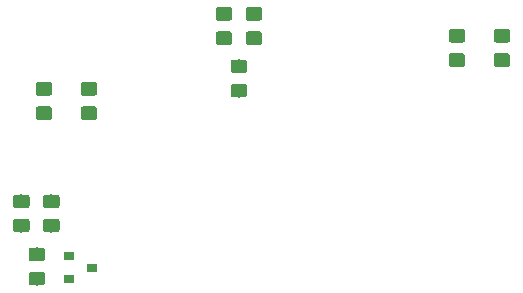
<source format=gbr>
G04 #@! TF.GenerationSoftware,KiCad,Pcbnew,5.1.4-e60b266~84~ubuntu18.04.1*
G04 #@! TF.CreationDate,2019-10-29T18:19:43-03:00*
G04 #@! TF.ProjectId,fonte_18V,666f6e74-655f-4313-9856-2e6b69636164,rev?*
G04 #@! TF.SameCoordinates,Original*
G04 #@! TF.FileFunction,Paste,Bot*
G04 #@! TF.FilePolarity,Positive*
%FSLAX46Y46*%
G04 Gerber Fmt 4.6, Leading zero omitted, Abs format (unit mm)*
G04 Created by KiCad (PCBNEW 5.1.4-e60b266~84~ubuntu18.04.1) date 2019-10-29 18:19:43*
%MOMM*%
%LPD*%
G04 APERTURE LIST*
%ADD10C,0.100000*%
%ADD11C,1.150000*%
%ADD12R,0.900000X0.800000*%
G04 APERTURE END LIST*
D10*
G36*
X112274505Y-178151204D02*
G01*
X112298773Y-178154804D01*
X112322572Y-178160765D01*
X112345671Y-178169030D01*
X112367850Y-178179520D01*
X112388893Y-178192132D01*
X112408599Y-178206747D01*
X112426777Y-178223223D01*
X112443253Y-178241401D01*
X112457868Y-178261107D01*
X112470480Y-178282150D01*
X112480970Y-178304329D01*
X112489235Y-178327428D01*
X112495196Y-178351227D01*
X112498796Y-178375495D01*
X112500000Y-178399999D01*
X112500000Y-179050001D01*
X112498796Y-179074505D01*
X112495196Y-179098773D01*
X112489235Y-179122572D01*
X112480970Y-179145671D01*
X112470480Y-179167850D01*
X112457868Y-179188893D01*
X112443253Y-179208599D01*
X112426777Y-179226777D01*
X112408599Y-179243253D01*
X112388893Y-179257868D01*
X112367850Y-179270480D01*
X112345671Y-179280970D01*
X112322572Y-179289235D01*
X112298773Y-179295196D01*
X112274505Y-179298796D01*
X112250001Y-179300000D01*
X111349999Y-179300000D01*
X111325495Y-179298796D01*
X111301227Y-179295196D01*
X111277428Y-179289235D01*
X111254329Y-179280970D01*
X111232150Y-179270480D01*
X111211107Y-179257868D01*
X111191401Y-179243253D01*
X111173223Y-179226777D01*
X111156747Y-179208599D01*
X111142132Y-179188893D01*
X111129520Y-179167850D01*
X111119030Y-179145671D01*
X111110765Y-179122572D01*
X111104804Y-179098773D01*
X111101204Y-179074505D01*
X111100000Y-179050001D01*
X111100000Y-178399999D01*
X111101204Y-178375495D01*
X111104804Y-178351227D01*
X111110765Y-178327428D01*
X111119030Y-178304329D01*
X111129520Y-178282150D01*
X111142132Y-178261107D01*
X111156747Y-178241401D01*
X111173223Y-178223223D01*
X111191401Y-178206747D01*
X111211107Y-178192132D01*
X111232150Y-178179520D01*
X111254329Y-178169030D01*
X111277428Y-178160765D01*
X111301227Y-178154804D01*
X111325495Y-178151204D01*
X111349999Y-178150000D01*
X112250001Y-178150000D01*
X112274505Y-178151204D01*
X112274505Y-178151204D01*
G37*
D11*
X111800000Y-178725000D03*
D10*
G36*
X112274505Y-180201204D02*
G01*
X112298773Y-180204804D01*
X112322572Y-180210765D01*
X112345671Y-180219030D01*
X112367850Y-180229520D01*
X112388893Y-180242132D01*
X112408599Y-180256747D01*
X112426777Y-180273223D01*
X112443253Y-180291401D01*
X112457868Y-180311107D01*
X112470480Y-180332150D01*
X112480970Y-180354329D01*
X112489235Y-180377428D01*
X112495196Y-180401227D01*
X112498796Y-180425495D01*
X112500000Y-180449999D01*
X112500000Y-181100001D01*
X112498796Y-181124505D01*
X112495196Y-181148773D01*
X112489235Y-181172572D01*
X112480970Y-181195671D01*
X112470480Y-181217850D01*
X112457868Y-181238893D01*
X112443253Y-181258599D01*
X112426777Y-181276777D01*
X112408599Y-181293253D01*
X112388893Y-181307868D01*
X112367850Y-181320480D01*
X112345671Y-181330970D01*
X112322572Y-181339235D01*
X112298773Y-181345196D01*
X112274505Y-181348796D01*
X112250001Y-181350000D01*
X111349999Y-181350000D01*
X111325495Y-181348796D01*
X111301227Y-181345196D01*
X111277428Y-181339235D01*
X111254329Y-181330970D01*
X111232150Y-181320480D01*
X111211107Y-181307868D01*
X111191401Y-181293253D01*
X111173223Y-181276777D01*
X111156747Y-181258599D01*
X111142132Y-181238893D01*
X111129520Y-181217850D01*
X111119030Y-181195671D01*
X111110765Y-181172572D01*
X111104804Y-181148773D01*
X111101204Y-181124505D01*
X111100000Y-181100001D01*
X111100000Y-180449999D01*
X111101204Y-180425495D01*
X111104804Y-180401227D01*
X111110765Y-180377428D01*
X111119030Y-180354329D01*
X111129520Y-180332150D01*
X111142132Y-180311107D01*
X111156747Y-180291401D01*
X111173223Y-180273223D01*
X111191401Y-180256747D01*
X111211107Y-180242132D01*
X111232150Y-180229520D01*
X111254329Y-180219030D01*
X111277428Y-180210765D01*
X111301227Y-180204804D01*
X111325495Y-180201204D01*
X111349999Y-180200000D01*
X112250001Y-180200000D01*
X112274505Y-180201204D01*
X112274505Y-180201204D01*
G37*
D11*
X111800000Y-180775000D03*
D10*
G36*
X128109505Y-159836204D02*
G01*
X128133773Y-159839804D01*
X128157572Y-159845765D01*
X128180671Y-159854030D01*
X128202850Y-159864520D01*
X128223893Y-159877132D01*
X128243599Y-159891747D01*
X128261777Y-159908223D01*
X128278253Y-159926401D01*
X128292868Y-159946107D01*
X128305480Y-159967150D01*
X128315970Y-159989329D01*
X128324235Y-160012428D01*
X128330196Y-160036227D01*
X128333796Y-160060495D01*
X128335000Y-160084999D01*
X128335000Y-160735001D01*
X128333796Y-160759505D01*
X128330196Y-160783773D01*
X128324235Y-160807572D01*
X128315970Y-160830671D01*
X128305480Y-160852850D01*
X128292868Y-160873893D01*
X128278253Y-160893599D01*
X128261777Y-160911777D01*
X128243599Y-160928253D01*
X128223893Y-160942868D01*
X128202850Y-160955480D01*
X128180671Y-160965970D01*
X128157572Y-160974235D01*
X128133773Y-160980196D01*
X128109505Y-160983796D01*
X128085001Y-160985000D01*
X127184999Y-160985000D01*
X127160495Y-160983796D01*
X127136227Y-160980196D01*
X127112428Y-160974235D01*
X127089329Y-160965970D01*
X127067150Y-160955480D01*
X127046107Y-160942868D01*
X127026401Y-160928253D01*
X127008223Y-160911777D01*
X126991747Y-160893599D01*
X126977132Y-160873893D01*
X126964520Y-160852850D01*
X126954030Y-160830671D01*
X126945765Y-160807572D01*
X126939804Y-160783773D01*
X126936204Y-160759505D01*
X126935000Y-160735001D01*
X126935000Y-160084999D01*
X126936204Y-160060495D01*
X126939804Y-160036227D01*
X126945765Y-160012428D01*
X126954030Y-159989329D01*
X126964520Y-159967150D01*
X126977132Y-159946107D01*
X126991747Y-159926401D01*
X127008223Y-159908223D01*
X127026401Y-159891747D01*
X127046107Y-159877132D01*
X127067150Y-159864520D01*
X127089329Y-159854030D01*
X127112428Y-159845765D01*
X127136227Y-159839804D01*
X127160495Y-159836204D01*
X127184999Y-159835000D01*
X128085001Y-159835000D01*
X128109505Y-159836204D01*
X128109505Y-159836204D01*
G37*
D11*
X127635000Y-160410000D03*
D10*
G36*
X128109505Y-157786204D02*
G01*
X128133773Y-157789804D01*
X128157572Y-157795765D01*
X128180671Y-157804030D01*
X128202850Y-157814520D01*
X128223893Y-157827132D01*
X128243599Y-157841747D01*
X128261777Y-157858223D01*
X128278253Y-157876401D01*
X128292868Y-157896107D01*
X128305480Y-157917150D01*
X128315970Y-157939329D01*
X128324235Y-157962428D01*
X128330196Y-157986227D01*
X128333796Y-158010495D01*
X128335000Y-158034999D01*
X128335000Y-158685001D01*
X128333796Y-158709505D01*
X128330196Y-158733773D01*
X128324235Y-158757572D01*
X128315970Y-158780671D01*
X128305480Y-158802850D01*
X128292868Y-158823893D01*
X128278253Y-158843599D01*
X128261777Y-158861777D01*
X128243599Y-158878253D01*
X128223893Y-158892868D01*
X128202850Y-158905480D01*
X128180671Y-158915970D01*
X128157572Y-158924235D01*
X128133773Y-158930196D01*
X128109505Y-158933796D01*
X128085001Y-158935000D01*
X127184999Y-158935000D01*
X127160495Y-158933796D01*
X127136227Y-158930196D01*
X127112428Y-158924235D01*
X127089329Y-158915970D01*
X127067150Y-158905480D01*
X127046107Y-158892868D01*
X127026401Y-158878253D01*
X127008223Y-158861777D01*
X126991747Y-158843599D01*
X126977132Y-158823893D01*
X126964520Y-158802850D01*
X126954030Y-158780671D01*
X126945765Y-158757572D01*
X126939804Y-158733773D01*
X126936204Y-158709505D01*
X126935000Y-158685001D01*
X126935000Y-158034999D01*
X126936204Y-158010495D01*
X126939804Y-157986227D01*
X126945765Y-157962428D01*
X126954030Y-157939329D01*
X126964520Y-157917150D01*
X126977132Y-157896107D01*
X126991747Y-157876401D01*
X127008223Y-157858223D01*
X127026401Y-157841747D01*
X127046107Y-157827132D01*
X127067150Y-157814520D01*
X127089329Y-157804030D01*
X127112428Y-157795765D01*
X127136227Y-157789804D01*
X127160495Y-157786204D01*
X127184999Y-157785000D01*
X128085001Y-157785000D01*
X128109505Y-157786204D01*
X128109505Y-157786204D01*
G37*
D11*
X127635000Y-158360000D03*
D10*
G36*
X129379505Y-162231204D02*
G01*
X129403773Y-162234804D01*
X129427572Y-162240765D01*
X129450671Y-162249030D01*
X129472850Y-162259520D01*
X129493893Y-162272132D01*
X129513599Y-162286747D01*
X129531777Y-162303223D01*
X129548253Y-162321401D01*
X129562868Y-162341107D01*
X129575480Y-162362150D01*
X129585970Y-162384329D01*
X129594235Y-162407428D01*
X129600196Y-162431227D01*
X129603796Y-162455495D01*
X129605000Y-162479999D01*
X129605000Y-163130001D01*
X129603796Y-163154505D01*
X129600196Y-163178773D01*
X129594235Y-163202572D01*
X129585970Y-163225671D01*
X129575480Y-163247850D01*
X129562868Y-163268893D01*
X129548253Y-163288599D01*
X129531777Y-163306777D01*
X129513599Y-163323253D01*
X129493893Y-163337868D01*
X129472850Y-163350480D01*
X129450671Y-163360970D01*
X129427572Y-163369235D01*
X129403773Y-163375196D01*
X129379505Y-163378796D01*
X129355001Y-163380000D01*
X128454999Y-163380000D01*
X128430495Y-163378796D01*
X128406227Y-163375196D01*
X128382428Y-163369235D01*
X128359329Y-163360970D01*
X128337150Y-163350480D01*
X128316107Y-163337868D01*
X128296401Y-163323253D01*
X128278223Y-163306777D01*
X128261747Y-163288599D01*
X128247132Y-163268893D01*
X128234520Y-163247850D01*
X128224030Y-163225671D01*
X128215765Y-163202572D01*
X128209804Y-163178773D01*
X128206204Y-163154505D01*
X128205000Y-163130001D01*
X128205000Y-162479999D01*
X128206204Y-162455495D01*
X128209804Y-162431227D01*
X128215765Y-162407428D01*
X128224030Y-162384329D01*
X128234520Y-162362150D01*
X128247132Y-162341107D01*
X128261747Y-162321401D01*
X128278223Y-162303223D01*
X128296401Y-162286747D01*
X128316107Y-162272132D01*
X128337150Y-162259520D01*
X128359329Y-162249030D01*
X128382428Y-162240765D01*
X128406227Y-162234804D01*
X128430495Y-162231204D01*
X128454999Y-162230000D01*
X129355001Y-162230000D01*
X129379505Y-162231204D01*
X129379505Y-162231204D01*
G37*
D11*
X128905000Y-162805000D03*
D10*
G36*
X129379505Y-164281204D02*
G01*
X129403773Y-164284804D01*
X129427572Y-164290765D01*
X129450671Y-164299030D01*
X129472850Y-164309520D01*
X129493893Y-164322132D01*
X129513599Y-164336747D01*
X129531777Y-164353223D01*
X129548253Y-164371401D01*
X129562868Y-164391107D01*
X129575480Y-164412150D01*
X129585970Y-164434329D01*
X129594235Y-164457428D01*
X129600196Y-164481227D01*
X129603796Y-164505495D01*
X129605000Y-164529999D01*
X129605000Y-165180001D01*
X129603796Y-165204505D01*
X129600196Y-165228773D01*
X129594235Y-165252572D01*
X129585970Y-165275671D01*
X129575480Y-165297850D01*
X129562868Y-165318893D01*
X129548253Y-165338599D01*
X129531777Y-165356777D01*
X129513599Y-165373253D01*
X129493893Y-165387868D01*
X129472850Y-165400480D01*
X129450671Y-165410970D01*
X129427572Y-165419235D01*
X129403773Y-165425196D01*
X129379505Y-165428796D01*
X129355001Y-165430000D01*
X128454999Y-165430000D01*
X128430495Y-165428796D01*
X128406227Y-165425196D01*
X128382428Y-165419235D01*
X128359329Y-165410970D01*
X128337150Y-165400480D01*
X128316107Y-165387868D01*
X128296401Y-165373253D01*
X128278223Y-165356777D01*
X128261747Y-165338599D01*
X128247132Y-165318893D01*
X128234520Y-165297850D01*
X128224030Y-165275671D01*
X128215765Y-165252572D01*
X128209804Y-165228773D01*
X128206204Y-165204505D01*
X128205000Y-165180001D01*
X128205000Y-164529999D01*
X128206204Y-164505495D01*
X128209804Y-164481227D01*
X128215765Y-164457428D01*
X128224030Y-164434329D01*
X128234520Y-164412150D01*
X128247132Y-164391107D01*
X128261747Y-164371401D01*
X128278223Y-164353223D01*
X128296401Y-164336747D01*
X128316107Y-164322132D01*
X128337150Y-164309520D01*
X128359329Y-164299030D01*
X128382428Y-164290765D01*
X128406227Y-164284804D01*
X128430495Y-164281204D01*
X128454999Y-164280000D01*
X129355001Y-164280000D01*
X129379505Y-164281204D01*
X129379505Y-164281204D01*
G37*
D11*
X128905000Y-164855000D03*
D10*
G36*
X116679505Y-164136204D02*
G01*
X116703773Y-164139804D01*
X116727572Y-164145765D01*
X116750671Y-164154030D01*
X116772850Y-164164520D01*
X116793893Y-164177132D01*
X116813599Y-164191747D01*
X116831777Y-164208223D01*
X116848253Y-164226401D01*
X116862868Y-164246107D01*
X116875480Y-164267150D01*
X116885970Y-164289329D01*
X116894235Y-164312428D01*
X116900196Y-164336227D01*
X116903796Y-164360495D01*
X116905000Y-164384999D01*
X116905000Y-165035001D01*
X116903796Y-165059505D01*
X116900196Y-165083773D01*
X116894235Y-165107572D01*
X116885970Y-165130671D01*
X116875480Y-165152850D01*
X116862868Y-165173893D01*
X116848253Y-165193599D01*
X116831777Y-165211777D01*
X116813599Y-165228253D01*
X116793893Y-165242868D01*
X116772850Y-165255480D01*
X116750671Y-165265970D01*
X116727572Y-165274235D01*
X116703773Y-165280196D01*
X116679505Y-165283796D01*
X116655001Y-165285000D01*
X115754999Y-165285000D01*
X115730495Y-165283796D01*
X115706227Y-165280196D01*
X115682428Y-165274235D01*
X115659329Y-165265970D01*
X115637150Y-165255480D01*
X115616107Y-165242868D01*
X115596401Y-165228253D01*
X115578223Y-165211777D01*
X115561747Y-165193599D01*
X115547132Y-165173893D01*
X115534520Y-165152850D01*
X115524030Y-165130671D01*
X115515765Y-165107572D01*
X115509804Y-165083773D01*
X115506204Y-165059505D01*
X115505000Y-165035001D01*
X115505000Y-164384999D01*
X115506204Y-164360495D01*
X115509804Y-164336227D01*
X115515765Y-164312428D01*
X115524030Y-164289329D01*
X115534520Y-164267150D01*
X115547132Y-164246107D01*
X115561747Y-164226401D01*
X115578223Y-164208223D01*
X115596401Y-164191747D01*
X115616107Y-164177132D01*
X115637150Y-164164520D01*
X115659329Y-164154030D01*
X115682428Y-164145765D01*
X115706227Y-164139804D01*
X115730495Y-164136204D01*
X115754999Y-164135000D01*
X116655001Y-164135000D01*
X116679505Y-164136204D01*
X116679505Y-164136204D01*
G37*
D11*
X116205000Y-164710000D03*
D10*
G36*
X116679505Y-166186204D02*
G01*
X116703773Y-166189804D01*
X116727572Y-166195765D01*
X116750671Y-166204030D01*
X116772850Y-166214520D01*
X116793893Y-166227132D01*
X116813599Y-166241747D01*
X116831777Y-166258223D01*
X116848253Y-166276401D01*
X116862868Y-166296107D01*
X116875480Y-166317150D01*
X116885970Y-166339329D01*
X116894235Y-166362428D01*
X116900196Y-166386227D01*
X116903796Y-166410495D01*
X116905000Y-166434999D01*
X116905000Y-167085001D01*
X116903796Y-167109505D01*
X116900196Y-167133773D01*
X116894235Y-167157572D01*
X116885970Y-167180671D01*
X116875480Y-167202850D01*
X116862868Y-167223893D01*
X116848253Y-167243599D01*
X116831777Y-167261777D01*
X116813599Y-167278253D01*
X116793893Y-167292868D01*
X116772850Y-167305480D01*
X116750671Y-167315970D01*
X116727572Y-167324235D01*
X116703773Y-167330196D01*
X116679505Y-167333796D01*
X116655001Y-167335000D01*
X115754999Y-167335000D01*
X115730495Y-167333796D01*
X115706227Y-167330196D01*
X115682428Y-167324235D01*
X115659329Y-167315970D01*
X115637150Y-167305480D01*
X115616107Y-167292868D01*
X115596401Y-167278253D01*
X115578223Y-167261777D01*
X115561747Y-167243599D01*
X115547132Y-167223893D01*
X115534520Y-167202850D01*
X115524030Y-167180671D01*
X115515765Y-167157572D01*
X115509804Y-167133773D01*
X115506204Y-167109505D01*
X115505000Y-167085001D01*
X115505000Y-166434999D01*
X115506204Y-166410495D01*
X115509804Y-166386227D01*
X115515765Y-166362428D01*
X115524030Y-166339329D01*
X115534520Y-166317150D01*
X115547132Y-166296107D01*
X115561747Y-166276401D01*
X115578223Y-166258223D01*
X115596401Y-166241747D01*
X115616107Y-166227132D01*
X115637150Y-166214520D01*
X115659329Y-166204030D01*
X115682428Y-166195765D01*
X115706227Y-166189804D01*
X115730495Y-166186204D01*
X115754999Y-166185000D01*
X116655001Y-166185000D01*
X116679505Y-166186204D01*
X116679505Y-166186204D01*
G37*
D11*
X116205000Y-166760000D03*
D10*
G36*
X112869505Y-166186204D02*
G01*
X112893773Y-166189804D01*
X112917572Y-166195765D01*
X112940671Y-166204030D01*
X112962850Y-166214520D01*
X112983893Y-166227132D01*
X113003599Y-166241747D01*
X113021777Y-166258223D01*
X113038253Y-166276401D01*
X113052868Y-166296107D01*
X113065480Y-166317150D01*
X113075970Y-166339329D01*
X113084235Y-166362428D01*
X113090196Y-166386227D01*
X113093796Y-166410495D01*
X113095000Y-166434999D01*
X113095000Y-167085001D01*
X113093796Y-167109505D01*
X113090196Y-167133773D01*
X113084235Y-167157572D01*
X113075970Y-167180671D01*
X113065480Y-167202850D01*
X113052868Y-167223893D01*
X113038253Y-167243599D01*
X113021777Y-167261777D01*
X113003599Y-167278253D01*
X112983893Y-167292868D01*
X112962850Y-167305480D01*
X112940671Y-167315970D01*
X112917572Y-167324235D01*
X112893773Y-167330196D01*
X112869505Y-167333796D01*
X112845001Y-167335000D01*
X111944999Y-167335000D01*
X111920495Y-167333796D01*
X111896227Y-167330196D01*
X111872428Y-167324235D01*
X111849329Y-167315970D01*
X111827150Y-167305480D01*
X111806107Y-167292868D01*
X111786401Y-167278253D01*
X111768223Y-167261777D01*
X111751747Y-167243599D01*
X111737132Y-167223893D01*
X111724520Y-167202850D01*
X111714030Y-167180671D01*
X111705765Y-167157572D01*
X111699804Y-167133773D01*
X111696204Y-167109505D01*
X111695000Y-167085001D01*
X111695000Y-166434999D01*
X111696204Y-166410495D01*
X111699804Y-166386227D01*
X111705765Y-166362428D01*
X111714030Y-166339329D01*
X111724520Y-166317150D01*
X111737132Y-166296107D01*
X111751747Y-166276401D01*
X111768223Y-166258223D01*
X111786401Y-166241747D01*
X111806107Y-166227132D01*
X111827150Y-166214520D01*
X111849329Y-166204030D01*
X111872428Y-166195765D01*
X111896227Y-166189804D01*
X111920495Y-166186204D01*
X111944999Y-166185000D01*
X112845001Y-166185000D01*
X112869505Y-166186204D01*
X112869505Y-166186204D01*
G37*
D11*
X112395000Y-166760000D03*
D10*
G36*
X112869505Y-164136204D02*
G01*
X112893773Y-164139804D01*
X112917572Y-164145765D01*
X112940671Y-164154030D01*
X112962850Y-164164520D01*
X112983893Y-164177132D01*
X113003599Y-164191747D01*
X113021777Y-164208223D01*
X113038253Y-164226401D01*
X113052868Y-164246107D01*
X113065480Y-164267150D01*
X113075970Y-164289329D01*
X113084235Y-164312428D01*
X113090196Y-164336227D01*
X113093796Y-164360495D01*
X113095000Y-164384999D01*
X113095000Y-165035001D01*
X113093796Y-165059505D01*
X113090196Y-165083773D01*
X113084235Y-165107572D01*
X113075970Y-165130671D01*
X113065480Y-165152850D01*
X113052868Y-165173893D01*
X113038253Y-165193599D01*
X113021777Y-165211777D01*
X113003599Y-165228253D01*
X112983893Y-165242868D01*
X112962850Y-165255480D01*
X112940671Y-165265970D01*
X112917572Y-165274235D01*
X112893773Y-165280196D01*
X112869505Y-165283796D01*
X112845001Y-165285000D01*
X111944999Y-165285000D01*
X111920495Y-165283796D01*
X111896227Y-165280196D01*
X111872428Y-165274235D01*
X111849329Y-165265970D01*
X111827150Y-165255480D01*
X111806107Y-165242868D01*
X111786401Y-165228253D01*
X111768223Y-165211777D01*
X111751747Y-165193599D01*
X111737132Y-165173893D01*
X111724520Y-165152850D01*
X111714030Y-165130671D01*
X111705765Y-165107572D01*
X111699804Y-165083773D01*
X111696204Y-165059505D01*
X111695000Y-165035001D01*
X111695000Y-164384999D01*
X111696204Y-164360495D01*
X111699804Y-164336227D01*
X111705765Y-164312428D01*
X111714030Y-164289329D01*
X111724520Y-164267150D01*
X111737132Y-164246107D01*
X111751747Y-164226401D01*
X111768223Y-164208223D01*
X111786401Y-164191747D01*
X111806107Y-164177132D01*
X111827150Y-164164520D01*
X111849329Y-164154030D01*
X111872428Y-164145765D01*
X111896227Y-164139804D01*
X111920495Y-164136204D01*
X111944999Y-164135000D01*
X112845001Y-164135000D01*
X112869505Y-164136204D01*
X112869505Y-164136204D01*
G37*
D11*
X112395000Y-164710000D03*
D12*
X116500000Y-179850000D03*
X114500000Y-178900000D03*
X114500000Y-180800000D03*
D10*
G36*
X147839505Y-161691204D02*
G01*
X147863773Y-161694804D01*
X147887572Y-161700765D01*
X147910671Y-161709030D01*
X147932850Y-161719520D01*
X147953893Y-161732132D01*
X147973599Y-161746747D01*
X147991777Y-161763223D01*
X148008253Y-161781401D01*
X148022868Y-161801107D01*
X148035480Y-161822150D01*
X148045970Y-161844329D01*
X148054235Y-161867428D01*
X148060196Y-161891227D01*
X148063796Y-161915495D01*
X148065000Y-161939999D01*
X148065000Y-162590001D01*
X148063796Y-162614505D01*
X148060196Y-162638773D01*
X148054235Y-162662572D01*
X148045970Y-162685671D01*
X148035480Y-162707850D01*
X148022868Y-162728893D01*
X148008253Y-162748599D01*
X147991777Y-162766777D01*
X147973599Y-162783253D01*
X147953893Y-162797868D01*
X147932850Y-162810480D01*
X147910671Y-162820970D01*
X147887572Y-162829235D01*
X147863773Y-162835196D01*
X147839505Y-162838796D01*
X147815001Y-162840000D01*
X146914999Y-162840000D01*
X146890495Y-162838796D01*
X146866227Y-162835196D01*
X146842428Y-162829235D01*
X146819329Y-162820970D01*
X146797150Y-162810480D01*
X146776107Y-162797868D01*
X146756401Y-162783253D01*
X146738223Y-162766777D01*
X146721747Y-162748599D01*
X146707132Y-162728893D01*
X146694520Y-162707850D01*
X146684030Y-162685671D01*
X146675765Y-162662572D01*
X146669804Y-162638773D01*
X146666204Y-162614505D01*
X146665000Y-162590001D01*
X146665000Y-161939999D01*
X146666204Y-161915495D01*
X146669804Y-161891227D01*
X146675765Y-161867428D01*
X146684030Y-161844329D01*
X146694520Y-161822150D01*
X146707132Y-161801107D01*
X146721747Y-161781401D01*
X146738223Y-161763223D01*
X146756401Y-161746747D01*
X146776107Y-161732132D01*
X146797150Y-161719520D01*
X146819329Y-161709030D01*
X146842428Y-161700765D01*
X146866227Y-161694804D01*
X146890495Y-161691204D01*
X146914999Y-161690000D01*
X147815001Y-161690000D01*
X147839505Y-161691204D01*
X147839505Y-161691204D01*
G37*
D11*
X147365000Y-162265000D03*
D10*
G36*
X147839505Y-159641204D02*
G01*
X147863773Y-159644804D01*
X147887572Y-159650765D01*
X147910671Y-159659030D01*
X147932850Y-159669520D01*
X147953893Y-159682132D01*
X147973599Y-159696747D01*
X147991777Y-159713223D01*
X148008253Y-159731401D01*
X148022868Y-159751107D01*
X148035480Y-159772150D01*
X148045970Y-159794329D01*
X148054235Y-159817428D01*
X148060196Y-159841227D01*
X148063796Y-159865495D01*
X148065000Y-159889999D01*
X148065000Y-160540001D01*
X148063796Y-160564505D01*
X148060196Y-160588773D01*
X148054235Y-160612572D01*
X148045970Y-160635671D01*
X148035480Y-160657850D01*
X148022868Y-160678893D01*
X148008253Y-160698599D01*
X147991777Y-160716777D01*
X147973599Y-160733253D01*
X147953893Y-160747868D01*
X147932850Y-160760480D01*
X147910671Y-160770970D01*
X147887572Y-160779235D01*
X147863773Y-160785196D01*
X147839505Y-160788796D01*
X147815001Y-160790000D01*
X146914999Y-160790000D01*
X146890495Y-160788796D01*
X146866227Y-160785196D01*
X146842428Y-160779235D01*
X146819329Y-160770970D01*
X146797150Y-160760480D01*
X146776107Y-160747868D01*
X146756401Y-160733253D01*
X146738223Y-160716777D01*
X146721747Y-160698599D01*
X146707132Y-160678893D01*
X146694520Y-160657850D01*
X146684030Y-160635671D01*
X146675765Y-160612572D01*
X146669804Y-160588773D01*
X146666204Y-160564505D01*
X146665000Y-160540001D01*
X146665000Y-159889999D01*
X146666204Y-159865495D01*
X146669804Y-159841227D01*
X146675765Y-159817428D01*
X146684030Y-159794329D01*
X146694520Y-159772150D01*
X146707132Y-159751107D01*
X146721747Y-159731401D01*
X146738223Y-159713223D01*
X146756401Y-159696747D01*
X146776107Y-159682132D01*
X146797150Y-159669520D01*
X146819329Y-159659030D01*
X146842428Y-159650765D01*
X146866227Y-159644804D01*
X146890495Y-159641204D01*
X146914999Y-159640000D01*
X147815001Y-159640000D01*
X147839505Y-159641204D01*
X147839505Y-159641204D01*
G37*
D11*
X147365000Y-160215000D03*
D10*
G36*
X151649505Y-161691204D02*
G01*
X151673773Y-161694804D01*
X151697572Y-161700765D01*
X151720671Y-161709030D01*
X151742850Y-161719520D01*
X151763893Y-161732132D01*
X151783599Y-161746747D01*
X151801777Y-161763223D01*
X151818253Y-161781401D01*
X151832868Y-161801107D01*
X151845480Y-161822150D01*
X151855970Y-161844329D01*
X151864235Y-161867428D01*
X151870196Y-161891227D01*
X151873796Y-161915495D01*
X151875000Y-161939999D01*
X151875000Y-162590001D01*
X151873796Y-162614505D01*
X151870196Y-162638773D01*
X151864235Y-162662572D01*
X151855970Y-162685671D01*
X151845480Y-162707850D01*
X151832868Y-162728893D01*
X151818253Y-162748599D01*
X151801777Y-162766777D01*
X151783599Y-162783253D01*
X151763893Y-162797868D01*
X151742850Y-162810480D01*
X151720671Y-162820970D01*
X151697572Y-162829235D01*
X151673773Y-162835196D01*
X151649505Y-162838796D01*
X151625001Y-162840000D01*
X150724999Y-162840000D01*
X150700495Y-162838796D01*
X150676227Y-162835196D01*
X150652428Y-162829235D01*
X150629329Y-162820970D01*
X150607150Y-162810480D01*
X150586107Y-162797868D01*
X150566401Y-162783253D01*
X150548223Y-162766777D01*
X150531747Y-162748599D01*
X150517132Y-162728893D01*
X150504520Y-162707850D01*
X150494030Y-162685671D01*
X150485765Y-162662572D01*
X150479804Y-162638773D01*
X150476204Y-162614505D01*
X150475000Y-162590001D01*
X150475000Y-161939999D01*
X150476204Y-161915495D01*
X150479804Y-161891227D01*
X150485765Y-161867428D01*
X150494030Y-161844329D01*
X150504520Y-161822150D01*
X150517132Y-161801107D01*
X150531747Y-161781401D01*
X150548223Y-161763223D01*
X150566401Y-161746747D01*
X150586107Y-161732132D01*
X150607150Y-161719520D01*
X150629329Y-161709030D01*
X150652428Y-161700765D01*
X150676227Y-161694804D01*
X150700495Y-161691204D01*
X150724999Y-161690000D01*
X151625001Y-161690000D01*
X151649505Y-161691204D01*
X151649505Y-161691204D01*
G37*
D11*
X151175000Y-162265000D03*
D10*
G36*
X151649505Y-159641204D02*
G01*
X151673773Y-159644804D01*
X151697572Y-159650765D01*
X151720671Y-159659030D01*
X151742850Y-159669520D01*
X151763893Y-159682132D01*
X151783599Y-159696747D01*
X151801777Y-159713223D01*
X151818253Y-159731401D01*
X151832868Y-159751107D01*
X151845480Y-159772150D01*
X151855970Y-159794329D01*
X151864235Y-159817428D01*
X151870196Y-159841227D01*
X151873796Y-159865495D01*
X151875000Y-159889999D01*
X151875000Y-160540001D01*
X151873796Y-160564505D01*
X151870196Y-160588773D01*
X151864235Y-160612572D01*
X151855970Y-160635671D01*
X151845480Y-160657850D01*
X151832868Y-160678893D01*
X151818253Y-160698599D01*
X151801777Y-160716777D01*
X151783599Y-160733253D01*
X151763893Y-160747868D01*
X151742850Y-160760480D01*
X151720671Y-160770970D01*
X151697572Y-160779235D01*
X151673773Y-160785196D01*
X151649505Y-160788796D01*
X151625001Y-160790000D01*
X150724999Y-160790000D01*
X150700495Y-160788796D01*
X150676227Y-160785196D01*
X150652428Y-160779235D01*
X150629329Y-160770970D01*
X150607150Y-160760480D01*
X150586107Y-160747868D01*
X150566401Y-160733253D01*
X150548223Y-160716777D01*
X150531747Y-160698599D01*
X150517132Y-160678893D01*
X150504520Y-160657850D01*
X150494030Y-160635671D01*
X150485765Y-160612572D01*
X150479804Y-160588773D01*
X150476204Y-160564505D01*
X150475000Y-160540001D01*
X150475000Y-159889999D01*
X150476204Y-159865495D01*
X150479804Y-159841227D01*
X150485765Y-159817428D01*
X150494030Y-159794329D01*
X150504520Y-159772150D01*
X150517132Y-159751107D01*
X150531747Y-159731401D01*
X150548223Y-159713223D01*
X150566401Y-159696747D01*
X150586107Y-159682132D01*
X150607150Y-159669520D01*
X150629329Y-159659030D01*
X150652428Y-159650765D01*
X150676227Y-159644804D01*
X150700495Y-159641204D01*
X150724999Y-159640000D01*
X151625001Y-159640000D01*
X151649505Y-159641204D01*
X151649505Y-159641204D01*
G37*
D11*
X151175000Y-160215000D03*
D10*
G36*
X110964505Y-175711204D02*
G01*
X110988773Y-175714804D01*
X111012572Y-175720765D01*
X111035671Y-175729030D01*
X111057850Y-175739520D01*
X111078893Y-175752132D01*
X111098599Y-175766747D01*
X111116777Y-175783223D01*
X111133253Y-175801401D01*
X111147868Y-175821107D01*
X111160480Y-175842150D01*
X111170970Y-175864329D01*
X111179235Y-175887428D01*
X111185196Y-175911227D01*
X111188796Y-175935495D01*
X111190000Y-175959999D01*
X111190000Y-176610001D01*
X111188796Y-176634505D01*
X111185196Y-176658773D01*
X111179235Y-176682572D01*
X111170970Y-176705671D01*
X111160480Y-176727850D01*
X111147868Y-176748893D01*
X111133253Y-176768599D01*
X111116777Y-176786777D01*
X111098599Y-176803253D01*
X111078893Y-176817868D01*
X111057850Y-176830480D01*
X111035671Y-176840970D01*
X111012572Y-176849235D01*
X110988773Y-176855196D01*
X110964505Y-176858796D01*
X110940001Y-176860000D01*
X110039999Y-176860000D01*
X110015495Y-176858796D01*
X109991227Y-176855196D01*
X109967428Y-176849235D01*
X109944329Y-176840970D01*
X109922150Y-176830480D01*
X109901107Y-176817868D01*
X109881401Y-176803253D01*
X109863223Y-176786777D01*
X109846747Y-176768599D01*
X109832132Y-176748893D01*
X109819520Y-176727850D01*
X109809030Y-176705671D01*
X109800765Y-176682572D01*
X109794804Y-176658773D01*
X109791204Y-176634505D01*
X109790000Y-176610001D01*
X109790000Y-175959999D01*
X109791204Y-175935495D01*
X109794804Y-175911227D01*
X109800765Y-175887428D01*
X109809030Y-175864329D01*
X109819520Y-175842150D01*
X109832132Y-175821107D01*
X109846747Y-175801401D01*
X109863223Y-175783223D01*
X109881401Y-175766747D01*
X109901107Y-175752132D01*
X109922150Y-175739520D01*
X109944329Y-175729030D01*
X109967428Y-175720765D01*
X109991227Y-175714804D01*
X110015495Y-175711204D01*
X110039999Y-175710000D01*
X110940001Y-175710000D01*
X110964505Y-175711204D01*
X110964505Y-175711204D01*
G37*
D11*
X110490000Y-176285000D03*
D10*
G36*
X110964505Y-173661204D02*
G01*
X110988773Y-173664804D01*
X111012572Y-173670765D01*
X111035671Y-173679030D01*
X111057850Y-173689520D01*
X111078893Y-173702132D01*
X111098599Y-173716747D01*
X111116777Y-173733223D01*
X111133253Y-173751401D01*
X111147868Y-173771107D01*
X111160480Y-173792150D01*
X111170970Y-173814329D01*
X111179235Y-173837428D01*
X111185196Y-173861227D01*
X111188796Y-173885495D01*
X111190000Y-173909999D01*
X111190000Y-174560001D01*
X111188796Y-174584505D01*
X111185196Y-174608773D01*
X111179235Y-174632572D01*
X111170970Y-174655671D01*
X111160480Y-174677850D01*
X111147868Y-174698893D01*
X111133253Y-174718599D01*
X111116777Y-174736777D01*
X111098599Y-174753253D01*
X111078893Y-174767868D01*
X111057850Y-174780480D01*
X111035671Y-174790970D01*
X111012572Y-174799235D01*
X110988773Y-174805196D01*
X110964505Y-174808796D01*
X110940001Y-174810000D01*
X110039999Y-174810000D01*
X110015495Y-174808796D01*
X109991227Y-174805196D01*
X109967428Y-174799235D01*
X109944329Y-174790970D01*
X109922150Y-174780480D01*
X109901107Y-174767868D01*
X109881401Y-174753253D01*
X109863223Y-174736777D01*
X109846747Y-174718599D01*
X109832132Y-174698893D01*
X109819520Y-174677850D01*
X109809030Y-174655671D01*
X109800765Y-174632572D01*
X109794804Y-174608773D01*
X109791204Y-174584505D01*
X109790000Y-174560001D01*
X109790000Y-173909999D01*
X109791204Y-173885495D01*
X109794804Y-173861227D01*
X109800765Y-173837428D01*
X109809030Y-173814329D01*
X109819520Y-173792150D01*
X109832132Y-173771107D01*
X109846747Y-173751401D01*
X109863223Y-173733223D01*
X109881401Y-173716747D01*
X109901107Y-173702132D01*
X109922150Y-173689520D01*
X109944329Y-173679030D01*
X109967428Y-173670765D01*
X109991227Y-173664804D01*
X110015495Y-173661204D01*
X110039999Y-173660000D01*
X110940001Y-173660000D01*
X110964505Y-173661204D01*
X110964505Y-173661204D01*
G37*
D11*
X110490000Y-174235000D03*
D10*
G36*
X113504505Y-175711204D02*
G01*
X113528773Y-175714804D01*
X113552572Y-175720765D01*
X113575671Y-175729030D01*
X113597850Y-175739520D01*
X113618893Y-175752132D01*
X113638599Y-175766747D01*
X113656777Y-175783223D01*
X113673253Y-175801401D01*
X113687868Y-175821107D01*
X113700480Y-175842150D01*
X113710970Y-175864329D01*
X113719235Y-175887428D01*
X113725196Y-175911227D01*
X113728796Y-175935495D01*
X113730000Y-175959999D01*
X113730000Y-176610001D01*
X113728796Y-176634505D01*
X113725196Y-176658773D01*
X113719235Y-176682572D01*
X113710970Y-176705671D01*
X113700480Y-176727850D01*
X113687868Y-176748893D01*
X113673253Y-176768599D01*
X113656777Y-176786777D01*
X113638599Y-176803253D01*
X113618893Y-176817868D01*
X113597850Y-176830480D01*
X113575671Y-176840970D01*
X113552572Y-176849235D01*
X113528773Y-176855196D01*
X113504505Y-176858796D01*
X113480001Y-176860000D01*
X112579999Y-176860000D01*
X112555495Y-176858796D01*
X112531227Y-176855196D01*
X112507428Y-176849235D01*
X112484329Y-176840970D01*
X112462150Y-176830480D01*
X112441107Y-176817868D01*
X112421401Y-176803253D01*
X112403223Y-176786777D01*
X112386747Y-176768599D01*
X112372132Y-176748893D01*
X112359520Y-176727850D01*
X112349030Y-176705671D01*
X112340765Y-176682572D01*
X112334804Y-176658773D01*
X112331204Y-176634505D01*
X112330000Y-176610001D01*
X112330000Y-175959999D01*
X112331204Y-175935495D01*
X112334804Y-175911227D01*
X112340765Y-175887428D01*
X112349030Y-175864329D01*
X112359520Y-175842150D01*
X112372132Y-175821107D01*
X112386747Y-175801401D01*
X112403223Y-175783223D01*
X112421401Y-175766747D01*
X112441107Y-175752132D01*
X112462150Y-175739520D01*
X112484329Y-175729030D01*
X112507428Y-175720765D01*
X112531227Y-175714804D01*
X112555495Y-175711204D01*
X112579999Y-175710000D01*
X113480001Y-175710000D01*
X113504505Y-175711204D01*
X113504505Y-175711204D01*
G37*
D11*
X113030000Y-176285000D03*
D10*
G36*
X113504505Y-173661204D02*
G01*
X113528773Y-173664804D01*
X113552572Y-173670765D01*
X113575671Y-173679030D01*
X113597850Y-173689520D01*
X113618893Y-173702132D01*
X113638599Y-173716747D01*
X113656777Y-173733223D01*
X113673253Y-173751401D01*
X113687868Y-173771107D01*
X113700480Y-173792150D01*
X113710970Y-173814329D01*
X113719235Y-173837428D01*
X113725196Y-173861227D01*
X113728796Y-173885495D01*
X113730000Y-173909999D01*
X113730000Y-174560001D01*
X113728796Y-174584505D01*
X113725196Y-174608773D01*
X113719235Y-174632572D01*
X113710970Y-174655671D01*
X113700480Y-174677850D01*
X113687868Y-174698893D01*
X113673253Y-174718599D01*
X113656777Y-174736777D01*
X113638599Y-174753253D01*
X113618893Y-174767868D01*
X113597850Y-174780480D01*
X113575671Y-174790970D01*
X113552572Y-174799235D01*
X113528773Y-174805196D01*
X113504505Y-174808796D01*
X113480001Y-174810000D01*
X112579999Y-174810000D01*
X112555495Y-174808796D01*
X112531227Y-174805196D01*
X112507428Y-174799235D01*
X112484329Y-174790970D01*
X112462150Y-174780480D01*
X112441107Y-174767868D01*
X112421401Y-174753253D01*
X112403223Y-174736777D01*
X112386747Y-174718599D01*
X112372132Y-174698893D01*
X112359520Y-174677850D01*
X112349030Y-174655671D01*
X112340765Y-174632572D01*
X112334804Y-174608773D01*
X112331204Y-174584505D01*
X112330000Y-174560001D01*
X112330000Y-173909999D01*
X112331204Y-173885495D01*
X112334804Y-173861227D01*
X112340765Y-173837428D01*
X112349030Y-173814329D01*
X112359520Y-173792150D01*
X112372132Y-173771107D01*
X112386747Y-173751401D01*
X112403223Y-173733223D01*
X112421401Y-173716747D01*
X112441107Y-173702132D01*
X112462150Y-173689520D01*
X112484329Y-173679030D01*
X112507428Y-173670765D01*
X112531227Y-173664804D01*
X112555495Y-173661204D01*
X112579999Y-173660000D01*
X113480001Y-173660000D01*
X113504505Y-173661204D01*
X113504505Y-173661204D01*
G37*
D11*
X113030000Y-174235000D03*
D10*
G36*
X130649505Y-159836204D02*
G01*
X130673773Y-159839804D01*
X130697572Y-159845765D01*
X130720671Y-159854030D01*
X130742850Y-159864520D01*
X130763893Y-159877132D01*
X130783599Y-159891747D01*
X130801777Y-159908223D01*
X130818253Y-159926401D01*
X130832868Y-159946107D01*
X130845480Y-159967150D01*
X130855970Y-159989329D01*
X130864235Y-160012428D01*
X130870196Y-160036227D01*
X130873796Y-160060495D01*
X130875000Y-160084999D01*
X130875000Y-160735001D01*
X130873796Y-160759505D01*
X130870196Y-160783773D01*
X130864235Y-160807572D01*
X130855970Y-160830671D01*
X130845480Y-160852850D01*
X130832868Y-160873893D01*
X130818253Y-160893599D01*
X130801777Y-160911777D01*
X130783599Y-160928253D01*
X130763893Y-160942868D01*
X130742850Y-160955480D01*
X130720671Y-160965970D01*
X130697572Y-160974235D01*
X130673773Y-160980196D01*
X130649505Y-160983796D01*
X130625001Y-160985000D01*
X129724999Y-160985000D01*
X129700495Y-160983796D01*
X129676227Y-160980196D01*
X129652428Y-160974235D01*
X129629329Y-160965970D01*
X129607150Y-160955480D01*
X129586107Y-160942868D01*
X129566401Y-160928253D01*
X129548223Y-160911777D01*
X129531747Y-160893599D01*
X129517132Y-160873893D01*
X129504520Y-160852850D01*
X129494030Y-160830671D01*
X129485765Y-160807572D01*
X129479804Y-160783773D01*
X129476204Y-160759505D01*
X129475000Y-160735001D01*
X129475000Y-160084999D01*
X129476204Y-160060495D01*
X129479804Y-160036227D01*
X129485765Y-160012428D01*
X129494030Y-159989329D01*
X129504520Y-159967150D01*
X129517132Y-159946107D01*
X129531747Y-159926401D01*
X129548223Y-159908223D01*
X129566401Y-159891747D01*
X129586107Y-159877132D01*
X129607150Y-159864520D01*
X129629329Y-159854030D01*
X129652428Y-159845765D01*
X129676227Y-159839804D01*
X129700495Y-159836204D01*
X129724999Y-159835000D01*
X130625001Y-159835000D01*
X130649505Y-159836204D01*
X130649505Y-159836204D01*
G37*
D11*
X130175000Y-160410000D03*
D10*
G36*
X130649505Y-157786204D02*
G01*
X130673773Y-157789804D01*
X130697572Y-157795765D01*
X130720671Y-157804030D01*
X130742850Y-157814520D01*
X130763893Y-157827132D01*
X130783599Y-157841747D01*
X130801777Y-157858223D01*
X130818253Y-157876401D01*
X130832868Y-157896107D01*
X130845480Y-157917150D01*
X130855970Y-157939329D01*
X130864235Y-157962428D01*
X130870196Y-157986227D01*
X130873796Y-158010495D01*
X130875000Y-158034999D01*
X130875000Y-158685001D01*
X130873796Y-158709505D01*
X130870196Y-158733773D01*
X130864235Y-158757572D01*
X130855970Y-158780671D01*
X130845480Y-158802850D01*
X130832868Y-158823893D01*
X130818253Y-158843599D01*
X130801777Y-158861777D01*
X130783599Y-158878253D01*
X130763893Y-158892868D01*
X130742850Y-158905480D01*
X130720671Y-158915970D01*
X130697572Y-158924235D01*
X130673773Y-158930196D01*
X130649505Y-158933796D01*
X130625001Y-158935000D01*
X129724999Y-158935000D01*
X129700495Y-158933796D01*
X129676227Y-158930196D01*
X129652428Y-158924235D01*
X129629329Y-158915970D01*
X129607150Y-158905480D01*
X129586107Y-158892868D01*
X129566401Y-158878253D01*
X129548223Y-158861777D01*
X129531747Y-158843599D01*
X129517132Y-158823893D01*
X129504520Y-158802850D01*
X129494030Y-158780671D01*
X129485765Y-158757572D01*
X129479804Y-158733773D01*
X129476204Y-158709505D01*
X129475000Y-158685001D01*
X129475000Y-158034999D01*
X129476204Y-158010495D01*
X129479804Y-157986227D01*
X129485765Y-157962428D01*
X129494030Y-157939329D01*
X129504520Y-157917150D01*
X129517132Y-157896107D01*
X129531747Y-157876401D01*
X129548223Y-157858223D01*
X129566401Y-157841747D01*
X129586107Y-157827132D01*
X129607150Y-157814520D01*
X129629329Y-157804030D01*
X129652428Y-157795765D01*
X129676227Y-157789804D01*
X129700495Y-157786204D01*
X129724999Y-157785000D01*
X130625001Y-157785000D01*
X130649505Y-157786204D01*
X130649505Y-157786204D01*
G37*
D11*
X130175000Y-158360000D03*
M02*

</source>
